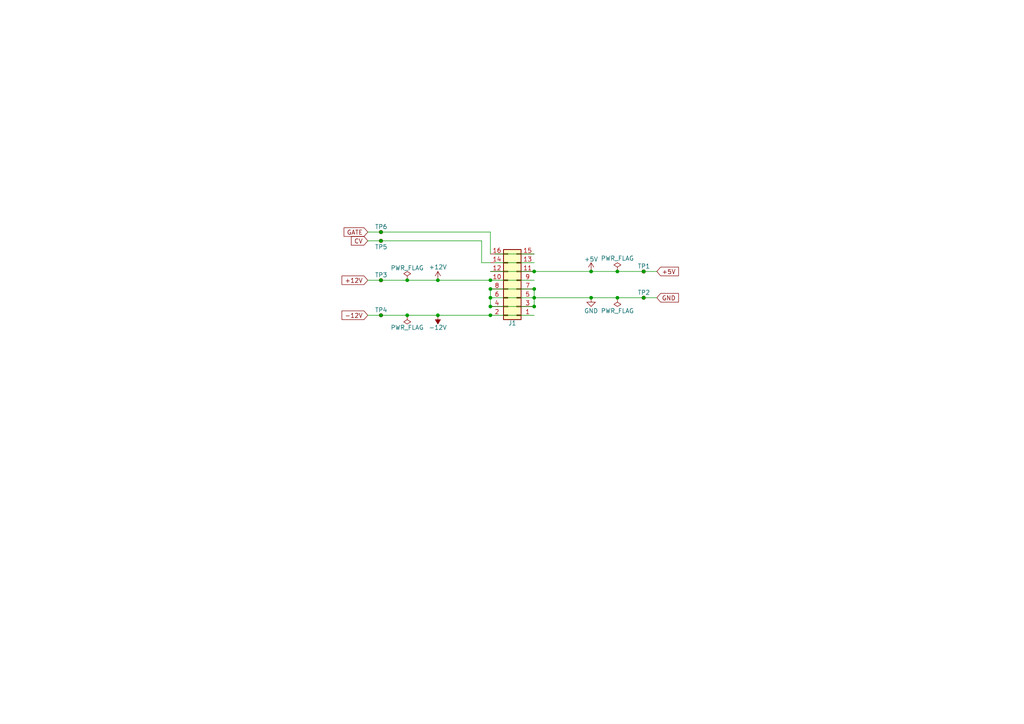
<source format=kicad_sch>
(kicad_sch (version 20231120) (generator "eeschema") (generator_version "8.0")
  (paper "A4")
  (title_block (title "Synth Prototyping PCB") (date "2024-07-26") (rev "1") (company "MESSIER") (comment 4 "Author: Chris Karcz"))
  (lib_symbols
    (symbol "Connector:TestPoint_Small" (pin_numbers hide) (pin_names (offset 0.762) hide)
      (property "Reference" "TP" (at 0 3.81 0))
      (property "Value" "TestPoint_Small" (at 0 2.032 0))
      (symbol "TestPoint_Small_0_1"
        (circle (center 0 0) (radius 0.508))
      )
      (symbol "TestPoint_Small_1_1"
        (pin passive line (at 0 0 90) (length 0) (name "1") (number "1"))
      )
    )
    (symbol "Connector_Generic:Conn_02x08_Odd_Even" (pin_names (offset 1.016) hide)
      (property "Reference" "J" (at 1.27 10.16 0))
      (property "Value" "Conn_02x08_Odd_Even" (at 1.27 -12.7 0))
      (symbol "Conn_02x08_Odd_Even_1_1"
        (rectangle (start -1.27 -10.033) (end 0 -10.287) (stroke (width 0.1524)))
        (rectangle (start -1.27 -7.493) (end 0 -7.747) (stroke (width 0.1524)))
        (rectangle (start -1.27 -4.953) (end 0 -5.207) (stroke (width 0.1524)))
        (rectangle (start -1.27 -2.413) (end 0 -2.667) (stroke (width 0.1524)))
        (rectangle (start -1.27 0.127) (end 0 -0.127) (stroke (width 0.1524)))
        (rectangle (start -1.27 2.667) (end 0 2.413) (stroke (width 0.1524)))
        (rectangle (start -1.27 5.207) (end 0 4.953) (stroke (width 0.1524)))
        (rectangle (start -1.27 7.747) (end 0 7.493) (stroke (width 0.1524)))
        (rectangle (start -1.27 8.89) (end 3.81 -11.43) (stroke (width 0.254)) (fill (type background)))
        (rectangle (start 3.81 -10.033) (end 2.54 -10.287) (stroke (width 0.1524)))
        (rectangle (start 3.81 -7.493) (end 2.54 -7.747) (stroke (width 0.1524)))
        (rectangle (start 3.81 -4.953) (end 2.54 -5.207) (stroke (width 0.1524)))
        (rectangle (start 3.81 -2.413) (end 2.54 -2.667) (stroke (width 0.1524)))
        (rectangle (start 3.81 0.127) (end 2.54 -0.127) (stroke (width 0.1524)))
        (rectangle (start 3.81 2.667) (end 2.54 2.413) (stroke (width 0.1524)))
        (rectangle (start 3.81 5.207) (end 2.54 4.953) (stroke (width 0.1524)))
        (rectangle (start 3.81 7.747) (end 2.54 7.493) (stroke (width 0.1524)))
        (pin passive line (at -5.08 7.62 0) (length 3.81) (name "Pin_1") (number "1"))
        (pin passive line (at 7.62 -2.54 180) (length 3.81) (name "Pin_10") (number "10"))
        (pin passive line (at -5.08 -5.08 0) (length 3.81) (name "Pin_11") (number "11"))
        (pin passive line (at 7.62 -5.08 180) (length 3.81) (name "Pin_12") (number "12"))
        (pin passive line (at -5.08 -7.62 0) (length 3.81) (name "Pin_13") (number "13"))
        (pin passive line (at 7.62 -7.62 180) (length 3.81) (name "Pin_14") (number "14"))
        (pin passive line (at -5.08 -10.16 0) (length 3.81) (name "Pin_15") (number "15"))
        (pin passive line (at 7.62 -10.16 180) (length 3.81) (name "Pin_16") (number "16"))
        (pin passive line (at 7.62 7.62 180) (length 3.81) (name "Pin_2") (number "2"))
        (pin passive line (at -5.08 5.08 0) (length 3.81) (name "Pin_3") (number "3"))
        (pin passive line (at 7.62 5.08 180) (length 3.81) (name "Pin_4") (number "4"))
        (pin passive line (at -5.08 2.54 0) (length 3.81) (name "Pin_5") (number "5"))
        (pin passive line (at 7.62 2.54 180) (length 3.81) (name "Pin_6") (number "6"))
        (pin passive line (at -5.08 0 0) (length 3.81) (name "Pin_7") (number "7"))
        (pin passive line (at 7.62 0 180) (length 3.81) (name "Pin_8") (number "8"))
        (pin passive line (at -5.08 -2.54 0) (length 3.81) (name "Pin_9") (number "9"))
      )
    )
    (symbol "power:+12V" (power) (pin_numbers hide) (pin_names (offset 0) hide)
      (property "Value" "+12V" (at 0 3.556 0))
      (symbol "+12V_0_1"
        (polyline (pts (xy -0.762 1.27) (xy 0 2.54)))
        (polyline (pts (xy 0 0) (xy 0 2.54)))
        (polyline (pts (xy 0 2.54) (xy 0.762 1.27)))
      )
      (symbol "+12V_1_1"
        (pin power_in line (at 0 0 90) (length 0) (name "~") (number "1"))
      )
    )
    (symbol "power:+5V" (power) (pin_numbers hide) (pin_names (offset 0) hide)
      (property "Value" "+5V" (at 0 3.556 0))
      (symbol "+5V_0_1"
        (polyline (pts (xy -0.762 1.27) (xy 0 2.54)))
        (polyline (pts (xy 0 0) (xy 0 2.54)))
        (polyline (pts (xy 0 2.54) (xy 0.762 1.27)))
      )
      (symbol "+5V_1_1"
        (pin power_in line (at 0 0 90) (length 0) (name "~") (number "1"))
      )
    )
    (symbol "power:-12V" (power) (pin_numbers hide) (pin_names (offset 0) hide)
      (property "Value" "-12V" (at 0 3.556 0))
      (symbol "-12V_0_0"
        (pin power_in line (at 0 0 90) (length 0) (name "~") (number "1"))
      )
      (symbol "-12V_0_1"
        (polyline (pts (xy 0 0) (xy 0 1.27) (xy 0.762 1.27) (xy 0 2.54) (xy -0.762 1.27) (xy 0 1.27)) (fill (type outline)))
      )
    )
    (symbol "power:GND" (power) (pin_numbers hide) (pin_names (offset 0) hide)
      (property "Value" "GND" (at 0 -3.81 0))
      (symbol "GND_0_1"
        (polyline (pts (xy 0 0) (xy 0 -1.27) (xy 1.27 -1.27) (xy 0 -2.54) (xy -1.27 -1.27) (xy 0 -1.27)))
      )
      (symbol "GND_1_1"
        (pin power_in line (at 0 0 270) (length 0) (name "~") (number "1"))
      )
    )
    (symbol "power:PWR_FLAG" (power) (pin_numbers hide) (pin_names (offset 0) hide)
      (property "Value" "PWR_FLAG" (at 0 3.81 0))
      (symbol "PWR_FLAG_0_0"
        (pin power_out line (at 0 0 90) (length 0) (name "~") (number "1"))
      )
      (symbol "PWR_FLAG_0_1"
        (polyline (pts (xy 0 0) (xy 0 1.27) (xy -1.016 1.905) (xy 0 2.54) (xy 1.016 1.905) (xy 0 1.27)))
      )
    )
  )
  (junction (at 110.49 69.85))
  (junction (at 142.24 83.82))
  (junction (at 110.49 67.31))
  (junction (at 142.24 81.28))
  (junction (at 127 91.44))
  (junction (at 118.11 91.44))
  (junction (at 171.45 78.74))
  (junction (at 110.49 81.28))
  (junction (at 186.69 78.74))
  (junction (at 154.94 86.36))
  (junction (at 171.45 86.36))
  (junction (at 110.49 91.44))
  (junction (at 154.94 88.9))
  (junction (at 186.69 86.36))
  (junction (at 154.94 78.74))
  (junction (at 127 81.28))
  (junction (at 179.07 86.36))
  (junction (at 118.11 81.28))
  (junction (at 179.07 78.74))
  (junction (at 142.24 86.36))
  (junction (at 142.24 91.44))
  (junction (at 142.24 88.9))
  (junction (at 154.94 83.82))
  (wire (pts (xy 142.24 86.36) (xy 154.94 86.36)))
  (wire (pts (xy 142.24 67.31) (xy 142.24 73.66)))
  (wire (pts (xy 154.94 78.74) (xy 171.45 78.74)))
  (wire (pts (xy 186.69 86.36) (xy 190.5 86.36)))
  (wire (pts (xy 106.68 67.31) (xy 110.49 67.31)))
  (wire (pts (xy 142.24 91.44) (xy 154.94 91.44)))
  (wire (pts (xy 143.51 73.66) (xy 154.94 73.66)))
  (wire (pts (xy 154.94 86.36) (xy 154.94 88.9)))
  (wire (pts (xy 154.94 83.82) (xy 154.94 86.36)))
  (wire (pts (xy 110.49 91.44) (xy 118.11 91.44)))
  (wire (pts (xy 142.24 83.82) (xy 142.24 86.36)))
  (wire (pts (xy 171.45 86.36) (xy 179.07 86.36)))
  (wire (pts (xy 106.68 81.28) (xy 110.49 81.28)))
  (wire (pts (xy 179.07 78.74) (xy 186.69 78.74)))
  (wire (pts (xy 118.11 91.44) (xy 127 91.44)))
  (wire (pts (xy 139.7 76.2) (xy 142.24 76.2)))
  (wire (pts (xy 171.45 78.74) (xy 179.07 78.74)))
  (wire (pts (xy 106.68 69.85) (xy 110.49 69.85)))
  (wire (pts (xy 142.24 86.36) (xy 142.24 88.9)))
  (wire (pts (xy 142.24 81.28) (xy 154.94 81.28)))
  (wire (pts (xy 106.68 91.44) (xy 110.49 91.44)))
  (wire (pts (xy 143.51 76.2) (xy 154.94 76.2)))
  (wire (pts (xy 179.07 86.36) (xy 186.69 86.36)))
  (wire (pts (xy 142.24 88.9) (xy 154.94 88.9)))
  (wire (pts (xy 127 81.28) (xy 142.24 81.28)))
  (wire (pts (xy 142.24 78.74) (xy 154.94 78.74)))
  (wire (pts (xy 139.7 69.85) (xy 139.7 76.2)))
  (wire (pts (xy 154.94 86.36) (xy 171.45 86.36)))
  (wire (pts (xy 110.49 81.28) (xy 118.11 81.28)))
  (wire (pts (xy 110.49 69.85) (xy 139.7 69.85)))
  (wire (pts (xy 186.69 78.74) (xy 190.5 78.74)))
  (wire (pts (xy 118.11 81.28) (xy 127 81.28)))
  (wire (pts (xy 127 91.44) (xy 142.24 91.44)))
  (wire (pts (xy 142.24 83.82) (xy 154.94 83.82)))
  (wire (pts (xy 110.49 67.31) (xy 142.24 67.31)))
  (global_label "GND" (shape input) (at 190.5 86.36 0) (property "Intersheetrefs" "${INTERSHEET_REFS}" (effects (hide yes))))
  (global_label "CV" (shape input) (at 106.68 69.85 180) (property "Intersheetrefs" "${INTERSHEET_REFS}" (effects (hide yes))))
  (global_label "+12V" (shape input) (at 106.68 81.28 180) (property "Intersheetrefs" "${INTERSHEET_REFS}" (effects (hide yes))))
  (global_label "GATE" (shape input) (at 106.68 67.31 180) (property "Intersheetrefs" "${INTERSHEET_REFS}" (effects (hide yes))))
  (global_label "+5V" (shape input) (at 190.5 78.74 0) (property "Intersheetrefs" "${INTERSHEET_REFS}" (effects (hide yes))))
  (global_label "-12V" (shape input) (at 106.68 91.44 180) (property "Intersheetrefs" "${INTERSHEET_REFS}" (effects (hide yes))))
  (symbol (lib_id "power:-12V") (at 127 91.44 0) (mirror x) (unit 1)
    (property "Reference" "#PWR01" (effects (hide yes)))
    (property "Value" "-12V" (at 127 94.996 0))
    (property "Description" "Power symbol creates a global label with name \"-12V\"" (effects (hide yes)))
  )
  (symbol (lib_id "power:PWR_FLAG") (at 179.07 78.74 0) (unit 1)
    (property "Reference" "#FLG03" (effects (hide yes)))
    (property "Value" "PWR_FLAG" (at 179.07 74.93 0))
    (property "Description" "Special symbol for telling ERC where power comes from" (effects (hide yes)))
  )
  (symbol (lib_id "Connector:TestPoint_Small") (at 110.49 91.44 0) (unit 1)
    (property "Reference" "TP4" (at 108.712 89.916 0) (effects (justify left)))
    (property "Value" "TestPoint_Small" (effects (hide yes)))
    (property "Footprint" "TestPoint:TestPoint_Plated_Hole_D2.0mm" (effects (hide yes)))
    (property "Description" "test point" (effects (hide yes)))
  )
  (symbol (lib_id "power:PWR_FLAG") (at 118.11 91.44 0) (mirror x) (unit 1)
    (property "Reference" "#FLG02" (effects (hide yes)))
    (property "Value" "PWR_FLAG" (at 118.11 94.996 0))
    (property "Description" "Special symbol for telling ERC where power comes from" (effects (hide yes)))
  )
  (symbol (lib_id "power:PWR_FLAG") (at 179.07 86.36 0) (mirror x) (unit 1)
    (property "Reference" "#FLG04" (effects (hide yes)))
    (property "Value" "PWR_FLAG" (at 179.07 90.17 0))
    (property "Description" "Special symbol for telling ERC where power comes from" (effects (hide yes)))
  )
  (symbol (lib_id "Connector:TestPoint_Small") (at 110.49 67.31 0) (unit 1)
    (property "Reference" "TP6" (at 108.712 65.786 0) (effects (justify left)))
    (property "Value" "TestPoint_Small" (effects (hide yes)))
    (property "Footprint" "TestPoint:TestPoint_Plated_Hole_D2.0mm" (effects (hide yes)))
    (property "Description" "test point" (effects (hide yes)))
  )
  (symbol (lib_id "Connector:TestPoint_Small") (at 110.49 81.28 0) (unit 1)
    (property "Reference" "TP3" (at 108.712 79.756 0) (effects (justify left)))
    (property "Value" "TestPoint_Small" (effects (hide yes)))
    (property "Footprint" "TestPoint:TestPoint_Plated_Hole_D2.0mm" (effects (hide yes)))
    (property "Description" "test point" (effects (hide yes)))
  )
  (symbol (lib_id "Connector_Generic:Conn_02x08_Odd_Even") (at 149.86 83.82 180) (unit 1)
    (property "Reference" "J1" (at 148.59 93.726 0))
    (property "Value" "Conn_02x16_Odd_Even" (effects (hide yes)))
    (property "Footprint" "Connector_IDC:IDC-Header_2x08_P2.54mm_Vertical" (effects (hide yes)))
    (property "Description" "Generic connector, double row, 02x08, odd/even pin numbering scheme (row 1 odd numbers, row 2 even numbers), script generated (kicad-library-utils/schlib/autogen/connector/)" (effects (hide yes)))
  )
  (symbol (lib_id "power:GND") (at 171.45 86.36 0) (unit 1)
    (property "Reference" "#PWR04" (effects (hide yes)))
    (property "Value" "GND" (at 171.45 90.17 0))
    (property "Description" "Power symbol creates a global label with name \"GND\" , ground" (effects (hide yes)))
  )
  (symbol (lib_id "power:+5V") (at 171.45 78.74 0) (unit 1)
    (property "Reference" "#PWR03" (effects (hide yes)))
    (property "Value" "+5V" (at 171.45 75.184 0))
    (property "Description" "Power symbol creates a global label with name \"+5V\"" (effects (hide yes)))
  )
  (symbol (lib_id "power:PWR_FLAG") (at 118.11 81.28 0) (unit 1)
    (property "Reference" "#FLG01" (effects (hide yes)))
    (property "Value" "PWR_FLAG" (at 118.11 77.724 0))
    (property "Description" "Special symbol for telling ERC where power comes from" (effects (hide yes)))
  )
  (symbol (lib_id "Connector:TestPoint_Small") (at 186.69 78.74 0) (unit 1)
    (property "Reference" "TP1" (at 184.912 77.216 0) (effects (justify left)))
    (property "Value" "TestPoint_Small" (effects (hide yes)))
    (property "Footprint" "TestPoint:TestPoint_Plated_Hole_D2.0mm" (effects (hide yes)))
    (property "Description" "test point" (effects (hide yes)))
  )
  (symbol (lib_id "Connector:TestPoint_Small") (at 186.69 86.36 0) (unit 1)
    (property "Reference" "TP2" (at 184.912 84.836 0) (effects (justify left)))
    (property "Value" "TestPoint_Small" (effects (hide yes)))
    (property "Footprint" "TestPoint:TestPoint_Plated_Hole_D2.0mm" (effects (hide yes)))
    (property "Description" "test point" (effects (hide yes)))
  )
  (symbol (lib_id "Connector:TestPoint_Small") (at 110.49 69.85 0) (unit 1)
    (property "Reference" "TP5" (at 108.712 71.628 0) (effects (justify left)))
    (property "Value" "TestPoint_Small" (effects (hide yes)))
    (property "Footprint" "TestPoint:TestPoint_Plated_Hole_D2.0mm" (effects (hide yes)))
    (property "Description" "test point" (effects (hide yes)))
  )
  (symbol (lib_id "power:+12V") (at 127 81.28 0) (unit 1)
    (property "Reference" "#PWR02" (effects (hide yes)))
    (property "Value" "+12V" (at 127 77.47 0))
    (property "Description" "Power symbol creates a global label with name \"+12V\"" (effects (hide yes)))
  )
)
</source>
